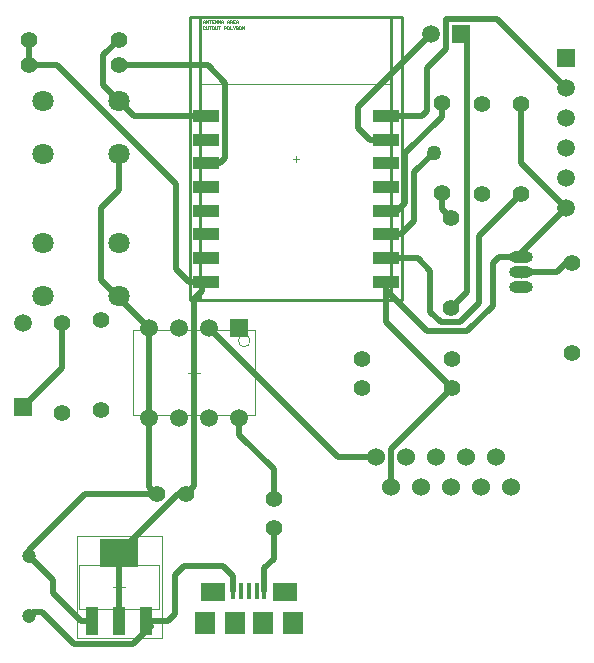
<source format=gtl>
G04 Layer_Physical_Order=1*
G04 Layer_Color=255*
%FSLAX25Y25*%
%MOIN*%
G70*
G01*
G75*
%ADD10R,0.03937X0.09449*%
%ADD11R,0.12992X0.09449*%
%ADD12R,0.08858X0.03937*%
%ADD13R,0.08268X0.06299*%
%ADD14R,0.01575X0.05315*%
%ADD15R,0.07087X0.07480*%
%ADD16C,0.02000*%
%ADD17C,0.01500*%
%ADD18C,0.00394*%
%ADD19C,0.01000*%
%ADD20C,0.00200*%
%ADD21C,0.00197*%
%ADD22C,0.05512*%
%ADD23C,0.06000*%
%ADD24C,0.04724*%
%ADD25R,0.05906X0.05906*%
%ADD26C,0.05906*%
%ADD27O,0.07874X0.03937*%
%ADD28O,0.07874X0.03937*%
%ADD29R,0.05906X0.05906*%
%ADD30C,0.07087*%
%ADD31C,0.05000*%
D10*
X45945Y10165D02*
D03*
X55000D02*
D03*
X64055D02*
D03*
D11*
X55000Y33000D02*
D03*
D12*
X83961Y123382D02*
D03*
Y131256D02*
D03*
Y139130D02*
D03*
Y147004D02*
D03*
Y154878D02*
D03*
Y162752D02*
D03*
Y170626D02*
D03*
Y178500D02*
D03*
X144000D02*
D03*
Y170626D02*
D03*
Y162752D02*
D03*
Y154878D02*
D03*
Y147004D02*
D03*
Y139130D02*
D03*
Y131256D02*
D03*
Y123382D02*
D03*
D13*
X86169Y19736D02*
D03*
X110382D02*
D03*
D14*
X93158Y20228D02*
D03*
X95717D02*
D03*
X98276D02*
D03*
X100835D02*
D03*
X103394D02*
D03*
D15*
X93551Y9500D02*
D03*
X103000D02*
D03*
X113039D02*
D03*
X83512D02*
D03*
D16*
X106500Y31000D02*
Y41157D01*
X103394Y27894D02*
X106500Y31000D01*
X103394Y20228D02*
Y27894D01*
X43500Y52500D02*
X67500D01*
X25000Y34000D02*
X43500Y52500D01*
X25000Y32000D02*
Y34000D01*
Y32000D02*
X33000Y24000D01*
Y19500D02*
Y24000D01*
Y19500D02*
X42335Y10165D01*
X45945D01*
X92929Y20228D02*
Y25071D01*
X89500Y28500D02*
X92929Y25071D01*
X76500Y28500D02*
X89500D01*
X73500Y25500D02*
X76500Y28500D01*
X73500Y12500D02*
Y25500D01*
X71165Y10165D02*
X73500Y12500D01*
X64055Y10165D02*
X71165D01*
X26195Y13194D02*
X29305D01*
X40000Y2500D01*
X59500D01*
X64055Y7055D02*
Y10165D01*
X162500Y147500D02*
X165500Y144500D01*
X162500Y147500D02*
Y153000D01*
X25000Y195500D02*
Y204000D01*
X74100Y127500D02*
Y155800D01*
Y127500D02*
X78218Y123382D01*
X82800D02*
X83961D01*
X25000Y195500D02*
X34400D01*
X74100Y155800D01*
X78218Y123382D02*
X82800D01*
X80000Y117600D02*
X82800Y120400D01*
X80000Y55157D02*
Y117600D01*
X77343Y52500D02*
X80000Y55157D01*
X74500Y52500D02*
X77343D01*
X55000Y33000D02*
X74500Y52500D01*
X55000Y10165D02*
Y33000D01*
X189000Y163000D02*
Y182500D01*
Y163000D02*
X204000Y148000D01*
X144000Y120488D02*
Y123382D01*
X157744Y106744D02*
X171114D01*
X144000Y120488D02*
X157744Y106744D01*
X144000Y110000D02*
Y120488D01*
Y110000D02*
X166000Y88000D01*
X145500Y67500D02*
X166000Y88000D01*
X145500Y55000D02*
Y67500D01*
X55091Y154000D02*
Y165783D01*
X49100Y148009D02*
X55091Y154000D01*
X49100Y123900D02*
Y148009D01*
X65000Y78000D02*
Y108000D01*
Y55000D02*
Y78000D01*
Y55000D02*
X67500Y52500D01*
X144000Y147004D02*
X147800D01*
X150429Y149633D01*
Y166329D01*
X162500Y178400D01*
Y183000D01*
X128000Y65000D02*
X140500D01*
X85000Y108000D02*
X128000Y65000D01*
X36000Y94524D02*
Y109500D01*
X23000Y81524D02*
X36000Y94524D01*
X55000Y195500D02*
X84500D01*
X90400Y189600D01*
Y164500D02*
Y189600D01*
X88652Y162752D02*
X90400Y164500D01*
X83961Y162752D02*
X88652D01*
X153429Y159929D02*
X159900Y166400D01*
X153429Y143729D02*
Y159929D01*
X148830Y139130D02*
X153429Y143729D01*
X144000Y139130D02*
X148830D01*
X162456Y109744D02*
X168500D01*
X158800Y113400D02*
X162456Y109744D01*
X158800Y113400D02*
Y126956D01*
X154500Y131256D02*
X158800Y126956D01*
X144000Y131256D02*
X154500D01*
X60091Y178500D02*
X83961D01*
X55091Y183500D02*
X60091Y178500D01*
X49800Y198800D02*
X55000Y204000D01*
X49800Y188791D02*
Y198800D01*
Y188791D02*
X55091Y183500D01*
X134500Y181500D02*
X159000Y206000D01*
X134500Y174626D02*
Y181500D01*
Y174626D02*
X138500Y170626D01*
X144000D01*
X181000Y211000D02*
X204000Y188000D01*
X164000Y211000D02*
X181000D01*
X164000Y201000D02*
Y211000D01*
X157700Y194700D02*
X164000Y201000D01*
X157700Y180200D02*
Y194700D01*
X156000Y178500D02*
X157700Y180200D01*
X144000Y178500D02*
X156000D01*
X95000Y72342D02*
X106500Y60842D01*
X95000Y72342D02*
Y78000D01*
X59500Y2500D02*
X64000Y7000D01*
X64055Y7055D01*
X106500Y51000D02*
Y60842D01*
X204000Y129500D02*
X206000D01*
X201000Y126500D02*
X204000Y129500D01*
X189000Y126500D02*
X201000D01*
X171114Y106744D02*
X179500Y115130D01*
Y129500D01*
X181500Y131500D01*
X189000D01*
Y133000D01*
X204000Y148000D01*
X168500Y109744D02*
X175000Y116244D01*
Y138500D01*
X189000Y152500D01*
X165500Y114500D02*
X171000Y120000D01*
X169000Y206000D02*
X171000D01*
Y120000D02*
Y206000D01*
X49100Y123900D02*
X65000Y108000D01*
X82800Y120400D02*
Y123382D01*
D17*
X64500Y6500D02*
Y7500D01*
X65000Y9000D02*
X65500Y8500D01*
X23500Y12000D02*
X25000Y10500D01*
X64000Y6500D02*
Y7000D01*
Y9500D01*
D18*
X98701Y103630D02*
G03*
X98701Y103630I-1969J0D01*
G01*
X41811Y14279D02*
X68189D01*
X41811Y28886D02*
X68189D01*
X41811Y14279D02*
Y28886D01*
X68189Y14279D02*
Y28886D01*
X59724Y107173D02*
X100276D01*
X59724Y78827D02*
X100276D01*
Y107173D01*
X59724Y78827D02*
Y107173D01*
X55000Y19614D02*
Y23551D01*
X53031Y21583D02*
X56969D01*
X80000Y91032D02*
Y94969D01*
X78032Y93000D02*
X81969D01*
X187032Y126500D02*
X190969D01*
X189000Y124531D02*
Y128469D01*
X113980Y163333D02*
Y165333D01*
X112980Y164333D02*
X114980D01*
D19*
X82155Y117208D02*
X145806D01*
Y211458D01*
X82155D02*
X145806D01*
X82155Y117208D02*
Y211458D01*
X78646Y117208D02*
Y211458D01*
X149315D01*
Y117208D02*
Y211458D01*
X78646Y117208D02*
X149315D01*
D20*
X81984Y189238D02*
Y211500D01*
X145984D01*
Y189238D02*
Y211500D01*
X81984Y189238D02*
X145984D01*
X83651Y208333D02*
X83484Y208500D01*
X83151D01*
X82984Y208333D01*
Y207667D01*
X83151Y207500D01*
X83484D01*
X83651Y207667D01*
X83984Y208500D02*
Y207667D01*
X84150Y207500D01*
X84484D01*
X84650Y207667D01*
Y208500D01*
X84984D02*
X85650D01*
X85317D01*
Y207500D01*
X86483Y208500D02*
X86150D01*
X85983Y208333D01*
Y207667D01*
X86150Y207500D01*
X86483D01*
X86650Y207667D01*
Y208333D01*
X86483Y208500D01*
X86983D02*
Y207667D01*
X87150Y207500D01*
X87483D01*
X87649Y207667D01*
Y208500D01*
X87983D02*
X88649D01*
X88316D01*
Y207500D01*
X89982D02*
Y208500D01*
X90482D01*
X90649Y208333D01*
Y208000D01*
X90482Y207833D01*
X89982D01*
X91482Y208500D02*
X91148D01*
X90982Y208333D01*
Y207667D01*
X91148Y207500D01*
X91482D01*
X91648Y207667D01*
Y208333D01*
X91482Y208500D01*
X91981D02*
Y207500D01*
X92648D01*
X92981Y208500D02*
Y208333D01*
X93314Y208000D01*
X93647Y208333D01*
Y208500D01*
X93314Y208000D02*
Y207500D01*
X94647Y208333D02*
X94481Y208500D01*
X94147D01*
X93981Y208333D01*
Y207667D01*
X94147Y207500D01*
X94481D01*
X94647Y207667D01*
Y208000D01*
X94314D01*
X95480Y208500D02*
X95147D01*
X94980Y208333D01*
Y207667D01*
X95147Y207500D01*
X95480D01*
X95647Y207667D01*
Y208333D01*
X95480Y208500D01*
X95980Y207500D02*
Y208500D01*
X96646Y207500D01*
Y208500D01*
X82984Y209500D02*
Y210167D01*
X83318Y210500D01*
X83651Y210167D01*
Y209500D01*
Y210000D01*
X82984D01*
X83984Y209500D02*
Y210500D01*
X84650Y209500D01*
Y210500D01*
X84984D02*
X85650D01*
X85317D01*
Y209500D01*
X86650Y210500D02*
X85983D01*
Y209500D01*
X86650D01*
X85983Y210000D02*
X86317D01*
X86983Y209500D02*
Y210500D01*
X87649Y209500D01*
Y210500D01*
X87983Y209500D02*
Y210500D01*
X88649Y209500D01*
Y210500D01*
X88982Y209500D02*
Y210167D01*
X89316Y210500D01*
X89649Y210167D01*
Y209500D01*
Y210000D01*
X88982D01*
X90982Y209500D02*
Y210167D01*
X91315Y210500D01*
X91648Y210167D01*
Y209500D01*
Y210000D01*
X90982D01*
X91981Y209500D02*
Y210500D01*
X92481D01*
X92648Y210333D01*
Y210000D01*
X92481Y209833D01*
X91981D01*
X92315D02*
X92648Y209500D01*
X93647Y210500D02*
X92981D01*
Y209500D01*
X93647D01*
X92981Y210000D02*
X93314D01*
X93981Y209500D02*
Y210167D01*
X94314Y210500D01*
X94647Y210167D01*
Y209500D01*
Y210000D01*
X93981D01*
D21*
X40827Y4457D02*
X69173D01*
X40827Y38709D02*
X69173D01*
X40827Y4457D02*
Y38709D01*
X69173Y4457D02*
Y38709D01*
D22*
X77343Y52500D02*
D03*
X67500D02*
D03*
X165500Y144500D02*
D03*
Y114500D02*
D03*
X136000Y88000D02*
D03*
X166000D02*
D03*
Y97500D02*
D03*
X136000D02*
D03*
X189000Y182500D02*
D03*
Y152500D02*
D03*
X206000Y99500D02*
D03*
Y129500D02*
D03*
X55000Y195500D02*
D03*
X25000D02*
D03*
X36000Y109500D02*
D03*
Y79500D02*
D03*
X49000Y80500D02*
D03*
Y110500D02*
D03*
X55000Y204000D02*
D03*
X25000D02*
D03*
X176000Y152500D02*
D03*
Y182500D02*
D03*
X162500Y153000D02*
D03*
Y183000D02*
D03*
X106500Y41157D02*
D03*
Y51000D02*
D03*
D23*
X185500Y55000D02*
D03*
X180500Y65000D02*
D03*
X175500Y55000D02*
D03*
X170500Y65000D02*
D03*
X165500Y55000D02*
D03*
X160500Y65000D02*
D03*
X155500Y55000D02*
D03*
X150500Y65000D02*
D03*
X140500D02*
D03*
X145500Y55000D02*
D03*
D24*
X25000Y12000D02*
D03*
Y32000D02*
D03*
D25*
X23000Y81524D02*
D03*
X95000Y108000D02*
D03*
X204000Y198000D02*
D03*
D26*
X23000Y109476D02*
D03*
X85000Y108000D02*
D03*
X75000D02*
D03*
X65000D02*
D03*
X95000Y78000D02*
D03*
X85000D02*
D03*
X75000D02*
D03*
X65000D02*
D03*
X159000Y206000D02*
D03*
X204000Y188000D02*
D03*
Y178000D02*
D03*
Y168000D02*
D03*
Y158000D02*
D03*
Y148000D02*
D03*
D27*
X189000Y121500D02*
D03*
Y126500D02*
D03*
D28*
Y131500D02*
D03*
D29*
X169000Y206000D02*
D03*
D30*
X55091Y183500D02*
D03*
X29500D02*
D03*
Y165784D02*
D03*
X55091D02*
D03*
Y136283D02*
D03*
X29500D02*
D03*
Y118567D02*
D03*
X55091D02*
D03*
D31*
X159900Y166400D02*
D03*
M02*

</source>
